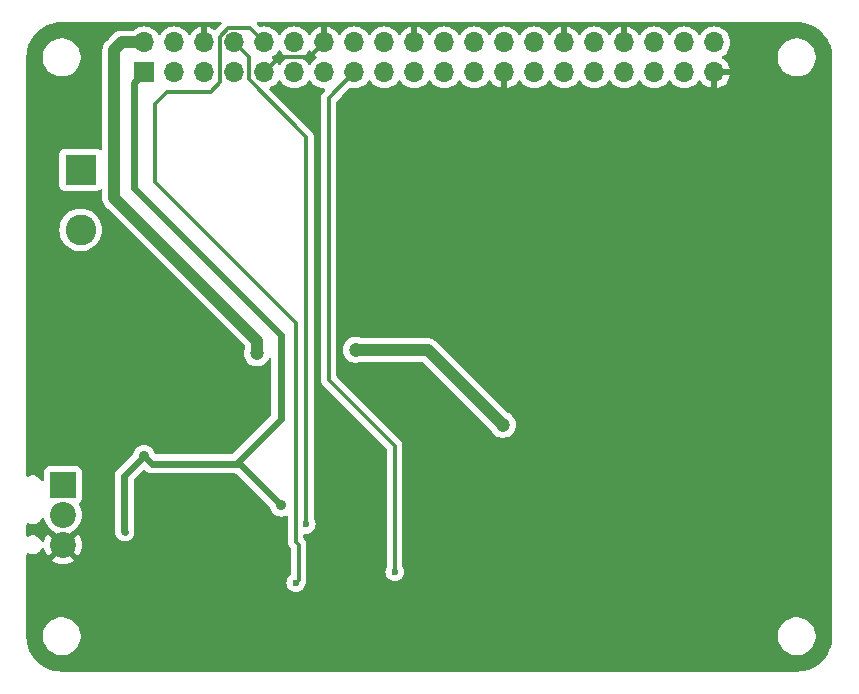
<source format=gbr>
%TF.GenerationSoftware,KiCad,Pcbnew,8.0.0*%
%TF.CreationDate,2024-03-02T01:18:58-06:00*%
%TF.ProjectId,kicad-power-hat,6b696361-642d-4706-9f77-65722d686174,rev?*%
%TF.SameCoordinates,Original*%
%TF.FileFunction,Copper,L2,Bot*%
%TF.FilePolarity,Positive*%
%FSLAX46Y46*%
G04 Gerber Fmt 4.6, Leading zero omitted, Abs format (unit mm)*
G04 Created by KiCad (PCBNEW 8.0.0) date 2024-03-02 01:18:58*
%MOMM*%
%LPD*%
G01*
G04 APERTURE LIST*
%TA.AperFunction,ComponentPad*%
%ADD10R,2.200000X2.200000*%
%TD*%
%TA.AperFunction,ComponentPad*%
%ADD11C,2.200000*%
%TD*%
%TA.AperFunction,ComponentPad*%
%ADD12O,1.700000X1.700000*%
%TD*%
%TA.AperFunction,ComponentPad*%
%ADD13R,1.700000X1.700000*%
%TD*%
%TA.AperFunction,ComponentPad*%
%ADD14R,2.600000X2.600000*%
%TD*%
%TA.AperFunction,ComponentPad*%
%ADD15C,2.600000*%
%TD*%
%TA.AperFunction,ViaPad*%
%ADD16C,0.600000*%
%TD*%
%TA.AperFunction,ViaPad*%
%ADD17C,0.900000*%
%TD*%
%TA.AperFunction,ViaPad*%
%ADD18C,1.200000*%
%TD*%
%TA.AperFunction,Conductor*%
%ADD19C,0.300000*%
%TD*%
%TA.AperFunction,Conductor*%
%ADD20C,0.600000*%
%TD*%
%TA.AperFunction,Conductor*%
%ADD21C,1.000000*%
%TD*%
G04 APERTURE END LIST*
D10*
%TO.P,J3,1,Pin_1*%
%TO.N,Net-(J3-Pin_1)*%
X95350000Y-130810000D03*
D11*
%TO.P,J3,2,Pin_2*%
%TO.N,Net-(J3-Pin_2)*%
X95350000Y-133350000D03*
%TO.P,J3,3,Pin_3*%
%TO.N,GND*%
X95350000Y-135890000D03*
%TD*%
D12*
%TO.P,J1,40,GPIO21/SCLK1*%
%TO.N,unconnected-(J1-GPIO21{slash}SCLK1-Pad40)*%
X150500000Y-93350000D03*
%TO.P,J1,39,GND*%
%TO.N,GND*%
X150500000Y-95890000D03*
%TO.P,J1,38,GPIO20/MOSI1*%
%TO.N,unconnected-(J1-GPIO20{slash}MOSI1-Pad38)*%
X147960000Y-93350000D03*
%TO.P,J1,37,GPIO26*%
%TO.N,unconnected-(J1-GPIO26-Pad37)*%
X147960000Y-95890000D03*
%TO.P,J1,36,GPIO16*%
%TO.N,unconnected-(J1-GPIO16-Pad36)*%
X145420000Y-93350000D03*
%TO.P,J1,35,GPIO19/MISO1*%
%TO.N,unconnected-(J1-GPIO19{slash}MISO1-Pad35)*%
X145420000Y-95890000D03*
%TO.P,J1,34,GND*%
%TO.N,GND*%
X142880000Y-93350000D03*
%TO.P,J1,33,PWM1/GPIO13*%
%TO.N,unconnected-(J1-PWM1{slash}GPIO13-Pad33)*%
X142880000Y-95890000D03*
%TO.P,J1,32,PWM0/GPIO12*%
%TO.N,unconnected-(J1-PWM0{slash}GPIO12-Pad32)*%
X140340000Y-93350000D03*
%TO.P,J1,31,GCLK2/GPIO6*%
%TO.N,unconnected-(J1-GCLK2{slash}GPIO6-Pad31)*%
X140340000Y-95890000D03*
%TO.P,J1,30,GND*%
%TO.N,GND*%
X137800000Y-93350000D03*
%TO.P,J1,29,GCLK1/GPIO5*%
%TO.N,unconnected-(J1-GCLK1{slash}GPIO5-Pad29)*%
X137800000Y-95890000D03*
%TO.P,J1,28,ID_SC/GPIO1*%
%TO.N,unconnected-(J1-ID_SC{slash}GPIO1-Pad28)*%
X135260000Y-93350000D03*
%TO.P,J1,27,ID_SD/GPIO0*%
%TO.N,unconnected-(J1-ID_SD{slash}GPIO0-Pad27)*%
X135260000Y-95890000D03*
%TO.P,J1,26,~{CE1}/GPIO7*%
%TO.N,unconnected-(J1-~{CE1}{slash}GPIO7-Pad26)*%
X132720000Y-93350000D03*
%TO.P,J1,25,GND*%
%TO.N,GND*%
X132720000Y-95890000D03*
%TO.P,J1,24,~{CE0}/GPIO8*%
%TO.N,unconnected-(J1-~{CE0}{slash}GPIO8-Pad24)*%
X130180000Y-93350000D03*
%TO.P,J1,23,SCLK0/GPIO11*%
%TO.N,unconnected-(J1-SCLK0{slash}GPIO11-Pad23)*%
X130180000Y-95890000D03*
%TO.P,J1,22,GPIO25*%
%TO.N,unconnected-(J1-GPIO25-Pad22)*%
X127640000Y-93350000D03*
%TO.P,J1,21,MISO0/GPIO9*%
%TO.N,unconnected-(J1-MISO0{slash}GPIO9-Pad21)*%
X127640000Y-95890000D03*
%TO.P,J1,20,GND*%
%TO.N,GND*%
X125100000Y-93350000D03*
%TO.P,J1,19,MOSI0/GPIO10*%
%TO.N,unconnected-(J1-MOSI0{slash}GPIO10-Pad19)*%
X125100000Y-95890000D03*
%TO.P,J1,18,GPIO24*%
%TO.N,unconnected-(J1-GPIO24-Pad18)*%
X122560000Y-93350000D03*
%TO.P,J1,17,3V3*%
%TO.N,3V3*%
X122560000Y-95890000D03*
%TO.P,J1,16,GPIO23*%
%TO.N,unconnected-(J1-GPIO23-Pad16)*%
X120020000Y-93350000D03*
%TO.P,J1,15,GPIO22*%
%TO.N,USRLED*%
X120020000Y-95890000D03*
%TO.P,J1,14,GND*%
%TO.N,GND*%
X117480000Y-93350000D03*
%TO.P,J1,13,GPIO27*%
%TO.N,unconnected-(J1-GPIO27-Pad13)*%
X117480000Y-95890000D03*
%TO.P,J1,12,GPIO18/PWM0*%
%TO.N,unconnected-(J1-GPIO18{slash}PWM0-Pad12)*%
X114940000Y-93350000D03*
%TO.P,J1,11,GPIO17*%
%TO.N,unconnected-(J1-GPIO17-Pad11)*%
X114940000Y-95890000D03*
%TO.P,J1,10,GPIO15/RXD*%
%TO.N,RXD*%
X112400000Y-93350000D03*
%TO.P,J1,9,GND*%
%TO.N,GND*%
X112400000Y-95890000D03*
%TO.P,J1,8,GPIO14/TXD*%
%TO.N,TXD*%
X109860000Y-93350000D03*
%TO.P,J1,7,GCLK0/GPIO4*%
%TO.N,unconnected-(J1-GCLK0{slash}GPIO4-Pad7)*%
X109860000Y-95890000D03*
%TO.P,J1,6,GND*%
%TO.N,GND*%
X107320000Y-93350000D03*
%TO.P,J1,5,SCL/GPIO3*%
%TO.N,unconnected-(J1-SCL{slash}GPIO3-Pad5)*%
X107320000Y-95890000D03*
%TO.P,J1,4,5V*%
%TO.N,5V*%
X104780000Y-93350000D03*
%TO.P,J1,3,SDA/GPIO2*%
%TO.N,unconnected-(J1-SDA{slash}GPIO2-Pad3)*%
X104780000Y-95890000D03*
%TO.P,J1,2,5V*%
%TO.N,5V*%
X102240000Y-93350000D03*
D13*
%TO.P,J1,1,3V3*%
%TO.N,3V3*%
X102240000Y-95890000D03*
%TD*%
D14*
%TO.P,J2,1,Pin_1*%
%TO.N,/AC N*%
X96850000Y-104135000D03*
D15*
%TO.P,J2,2,Pin_2*%
%TO.N,Net-(J2-Pin_2)*%
X96850000Y-109215000D03*
%TD*%
D16*
%TO.N,RXD*%
X115062000Y-139090400D03*
%TO.N,3V3*%
X100584034Y-134772366D03*
D17*
%TO.N,GND*%
X111252000Y-121412000D03*
X109252014Y-121380000D03*
X107188000Y-116586000D03*
X105156000Y-116586000D03*
X106172000Y-116586000D03*
X110236000Y-121380000D03*
D16*
%TO.N,USRLED*%
X123444000Y-138176000D03*
%TO.N,TXD*%
X115925600Y-134162800D03*
D17*
%TO.N,GND*%
X107188000Y-130556000D03*
X110744000Y-133096000D03*
X107442000Y-141986000D03*
X123190000Y-141986000D03*
X138684000Y-141986000D03*
D18*
%TO.N,5V*%
X120142004Y-119379990D03*
X132588000Y-125730000D03*
D17*
%TO.N,GND*%
X127508000Y-125984000D03*
X126238000Y-125984000D03*
X138938000Y-101346000D03*
X138938000Y-99568000D03*
X139192000Y-117602000D03*
X139192000Y-115570000D03*
X134112000Y-117602000D03*
X134112000Y-115570000D03*
X134112000Y-101346000D03*
X134112000Y-99568000D03*
X127762000Y-110490000D03*
X127762000Y-108712000D03*
X100330000Y-118872000D03*
X100330000Y-121412000D03*
X100330000Y-123952000D03*
X98298000Y-125222000D03*
X98298000Y-122682000D03*
X98298000Y-120142000D03*
X98298000Y-117602000D03*
X96266000Y-118872000D03*
X96266000Y-121412000D03*
X96266000Y-123952000D03*
X94234000Y-125222000D03*
X94234000Y-122682000D03*
X94234000Y-120142000D03*
X94234000Y-117602000D03*
%TO.N,3V3*%
X113839231Y-132540759D03*
X102209600Y-128371600D03*
D18*
%TO.N,5V*%
X111760000Y-119680000D03*
%TD*%
D19*
%TO.N,RXD*%
X115316000Y-138836400D02*
X115062000Y-139090400D01*
X115062000Y-135636000D02*
X115316000Y-135890000D01*
X115316000Y-135890000D02*
X115316000Y-138836400D01*
X109362943Y-92150000D02*
X111200000Y-92150000D01*
X108660000Y-92852943D02*
X109362943Y-92150000D01*
X108660000Y-96726000D02*
X108660000Y-92852943D01*
X103124000Y-98552000D02*
X104140000Y-97536000D01*
X111200000Y-92150000D02*
X112400000Y-93350000D01*
X104140000Y-97536000D02*
X107850000Y-97536000D01*
X103124000Y-105156000D02*
X103124000Y-98552000D01*
X107850000Y-97536000D02*
X108660000Y-96726000D01*
X115062000Y-117094000D02*
X103124000Y-105156000D01*
X115062000Y-135636000D02*
X115062000Y-117094000D01*
%TO.N,TXD*%
X115925600Y-101323600D02*
X115925600Y-134162800D01*
X111060000Y-96458000D02*
X115925600Y-101323600D01*
X111060000Y-94550000D02*
X111060000Y-96458000D01*
X109860000Y-93350000D02*
X111060000Y-94550000D01*
D20*
%TO.N,3V3*%
X110330472Y-129032000D02*
X113839231Y-132540759D01*
X109982000Y-129032000D02*
X110330472Y-129032000D01*
X109982000Y-129032000D02*
X102870000Y-129032000D01*
X102870000Y-129032000D02*
X102209600Y-128371600D01*
X100584034Y-134772366D02*
X100533200Y-134721532D01*
X100533200Y-134721532D02*
X100533200Y-130048000D01*
X100533200Y-130048000D02*
X102209600Y-128371600D01*
D19*
%TO.N,GND*%
X116280000Y-94550000D02*
X117480000Y-93350000D01*
X113740000Y-94550000D02*
X116280000Y-94550000D01*
X112400000Y-95890000D02*
X113740000Y-94550000D01*
D20*
%TO.N,3V3*%
X113792000Y-118110000D02*
X113792000Y-125222000D01*
X101346000Y-105664000D02*
X113792000Y-118110000D01*
X101346000Y-96784000D02*
X101346000Y-105664000D01*
X113792000Y-125222000D02*
X109982000Y-129032000D01*
X102240000Y-95890000D02*
X101346000Y-96784000D01*
D19*
%TO.N,USRLED*%
X123444000Y-127508000D02*
X123444000Y-138176000D01*
X117856000Y-98054000D02*
X117856000Y-121920000D01*
X117856000Y-121920000D02*
X123444000Y-127508000D01*
X120020000Y-95890000D02*
X117856000Y-98054000D01*
D21*
%TO.N,5V*%
X126237989Y-119379989D02*
X120142004Y-119379990D01*
X132588000Y-125730000D02*
X126237989Y-119379989D01*
X111760000Y-118618000D02*
X111760000Y-119680000D01*
X99695000Y-106553000D02*
X99695000Y-93980000D01*
X111760000Y-118618000D02*
X99695000Y-106553000D01*
X100325000Y-93350000D02*
X99695000Y-93980000D01*
X102240000Y-93350000D02*
X100325000Y-93350000D01*
%TD*%
%TA.AperFunction,Conductor*%
%TO.N,GND*%
G36*
X108745171Y-91635187D02*
G01*
X108790926Y-91687991D01*
X108800870Y-91757149D01*
X108771845Y-91820705D01*
X108765813Y-91827183D01*
X108317602Y-92275393D01*
X108256279Y-92308878D01*
X108186587Y-92303894D01*
X108158797Y-92289287D01*
X107997578Y-92176399D01*
X107783492Y-92076570D01*
X107783486Y-92076567D01*
X107570000Y-92019364D01*
X107570000Y-92916988D01*
X107512993Y-92884075D01*
X107385826Y-92850000D01*
X107254174Y-92850000D01*
X107127007Y-92884075D01*
X107070000Y-92916988D01*
X107070000Y-92019364D01*
X107069999Y-92019364D01*
X106856513Y-92076567D01*
X106856507Y-92076570D01*
X106642422Y-92176399D01*
X106642420Y-92176400D01*
X106448926Y-92311886D01*
X106448920Y-92311891D01*
X106281891Y-92478920D01*
X106281890Y-92478922D01*
X106151880Y-92664595D01*
X106097303Y-92708219D01*
X106027804Y-92715412D01*
X105965450Y-92683890D01*
X105948730Y-92664594D01*
X105818494Y-92478597D01*
X105651402Y-92311506D01*
X105651395Y-92311501D01*
X105457834Y-92175967D01*
X105457830Y-92175965D01*
X105457828Y-92175964D01*
X105243663Y-92076097D01*
X105243659Y-92076096D01*
X105243655Y-92076094D01*
X105015413Y-92014938D01*
X105015403Y-92014936D01*
X104780001Y-91994341D01*
X104779999Y-91994341D01*
X104544596Y-92014936D01*
X104544586Y-92014938D01*
X104316344Y-92076094D01*
X104316335Y-92076098D01*
X104102171Y-92175964D01*
X104102169Y-92175965D01*
X103908597Y-92311505D01*
X103741505Y-92478597D01*
X103611575Y-92664158D01*
X103556998Y-92707783D01*
X103487500Y-92714977D01*
X103425145Y-92683454D01*
X103408425Y-92664158D01*
X103278494Y-92478597D01*
X103111402Y-92311506D01*
X103111395Y-92311501D01*
X102917834Y-92175967D01*
X102917830Y-92175965D01*
X102917828Y-92175964D01*
X102703663Y-92076097D01*
X102703659Y-92076096D01*
X102703655Y-92076094D01*
X102475413Y-92014938D01*
X102475403Y-92014936D01*
X102240001Y-91994341D01*
X102239999Y-91994341D01*
X102004596Y-92014936D01*
X102004586Y-92014938D01*
X101776344Y-92076094D01*
X101776335Y-92076098D01*
X101562171Y-92175964D01*
X101562169Y-92175965D01*
X101368597Y-92311505D01*
X101366922Y-92313181D01*
X101366000Y-92313684D01*
X101364449Y-92314986D01*
X101364187Y-92314674D01*
X101305599Y-92346666D01*
X101279241Y-92349500D01*
X100429675Y-92349500D01*
X100429655Y-92349499D01*
X100423541Y-92349499D01*
X100226460Y-92349499D01*
X100226457Y-92349499D01*
X100033172Y-92387946D01*
X100033164Y-92387948D01*
X99851088Y-92463366D01*
X99851079Y-92463371D01*
X99687219Y-92572859D01*
X99687215Y-92572862D01*
X99206169Y-93053910D01*
X99057220Y-93202859D01*
X99057218Y-93202861D01*
X99013949Y-93246130D01*
X98917859Y-93342219D01*
X98808371Y-93506079D01*
X98808364Y-93506092D01*
X98775512Y-93585407D01*
X98775512Y-93585408D01*
X98732949Y-93688163D01*
X98732947Y-93688171D01*
X98713724Y-93784812D01*
X98694500Y-93881455D01*
X98694500Y-102369685D01*
X98674815Y-102436724D01*
X98622011Y-102482479D01*
X98552853Y-102492423D01*
X98496189Y-102468952D01*
X98453138Y-102436724D01*
X98392331Y-102391204D01*
X98392329Y-102391203D01*
X98392328Y-102391202D01*
X98257482Y-102340908D01*
X98257483Y-102340908D01*
X98197883Y-102334501D01*
X98197881Y-102334500D01*
X98197873Y-102334500D01*
X98197864Y-102334500D01*
X95502129Y-102334500D01*
X95502123Y-102334501D01*
X95442516Y-102340908D01*
X95307671Y-102391202D01*
X95307664Y-102391206D01*
X95192455Y-102477452D01*
X95192452Y-102477455D01*
X95106206Y-102592664D01*
X95106202Y-102592671D01*
X95055908Y-102727517D01*
X95049501Y-102787116D01*
X95049500Y-102787135D01*
X95049500Y-105482870D01*
X95049501Y-105482876D01*
X95055908Y-105542483D01*
X95106202Y-105677328D01*
X95106206Y-105677335D01*
X95192452Y-105792544D01*
X95192455Y-105792547D01*
X95307664Y-105878793D01*
X95307671Y-105878797D01*
X95442517Y-105929091D01*
X95442516Y-105929091D01*
X95449444Y-105929835D01*
X95502127Y-105935500D01*
X98197872Y-105935499D01*
X98257483Y-105929091D01*
X98392331Y-105878796D01*
X98496189Y-105801047D01*
X98561653Y-105776630D01*
X98629926Y-105791481D01*
X98679332Y-105840886D01*
X98694500Y-105900314D01*
X98694500Y-106651541D01*
X98694500Y-106651543D01*
X98694499Y-106651543D01*
X98732947Y-106844829D01*
X98732950Y-106844839D01*
X98808364Y-107026907D01*
X98808371Y-107026920D01*
X98917859Y-107190780D01*
X98917860Y-107190781D01*
X98917861Y-107190782D01*
X99057218Y-107330139D01*
X99057219Y-107330139D01*
X99064286Y-107337206D01*
X99064285Y-107337206D01*
X99064289Y-107337209D01*
X110723181Y-118996101D01*
X110756666Y-119057424D01*
X110759500Y-119083782D01*
X110759500Y-119191171D01*
X110746501Y-119246441D01*
X110729419Y-119280747D01*
X110673602Y-119476917D01*
X110654785Y-119679999D01*
X110654785Y-119680000D01*
X110673602Y-119883082D01*
X110729417Y-120079247D01*
X110729422Y-120079260D01*
X110820327Y-120261821D01*
X110943237Y-120424581D01*
X111093958Y-120561980D01*
X111093960Y-120561982D01*
X111193141Y-120623392D01*
X111267363Y-120669348D01*
X111457544Y-120743024D01*
X111658024Y-120780500D01*
X111658026Y-120780500D01*
X111861974Y-120780500D01*
X111861976Y-120780500D01*
X112062456Y-120743024D01*
X112252637Y-120669348D01*
X112426041Y-120561981D01*
X112576764Y-120424579D01*
X112699673Y-120261821D01*
X112756500Y-120147697D01*
X112804002Y-120096460D01*
X112871665Y-120079038D01*
X112938006Y-120100963D01*
X112981961Y-120155274D01*
X112991500Y-120202968D01*
X112991500Y-124839060D01*
X112971815Y-124906099D01*
X112955181Y-124926741D01*
X109686741Y-128195181D01*
X109625418Y-128228666D01*
X109599060Y-128231500D01*
X103252940Y-128231500D01*
X103185901Y-128211815D01*
X103165259Y-128195181D01*
X103164392Y-128194314D01*
X103133413Y-128142629D01*
X103091995Y-128006097D01*
X103003737Y-127840976D01*
X103003735Y-127840973D01*
X102884957Y-127696242D01*
X102740226Y-127577464D01*
X102740223Y-127577462D01*
X102575102Y-127489204D01*
X102395933Y-127434853D01*
X102395931Y-127434852D01*
X102209600Y-127416501D01*
X102023268Y-127434852D01*
X102023266Y-127434853D01*
X101844097Y-127489204D01*
X101678976Y-127577462D01*
X101678973Y-127577464D01*
X101534242Y-127696242D01*
X101415464Y-127840973D01*
X101415462Y-127840976D01*
X101327204Y-128006097D01*
X101285787Y-128142627D01*
X101254808Y-128194312D01*
X100239622Y-129209500D01*
X100022911Y-129426211D01*
X99981458Y-129467664D01*
X99911409Y-129537712D01*
X99823809Y-129668814D01*
X99823802Y-129668827D01*
X99763464Y-129814498D01*
X99763461Y-129814510D01*
X99732700Y-129969153D01*
X99732700Y-134800378D01*
X99763461Y-134955021D01*
X99763464Y-134955033D01*
X99823802Y-135100704D01*
X99823809Y-135100717D01*
X99911410Y-135231820D01*
X99911413Y-135231824D01*
X99954217Y-135274627D01*
X100081772Y-135402182D01*
X100147171Y-135443275D01*
X100150080Y-135445160D01*
X100204855Y-135481759D01*
X100205645Y-135482086D01*
X100224166Y-135491654D01*
X100234512Y-135498155D01*
X100295194Y-135519388D01*
X100301661Y-135521858D01*
X100350528Y-135542100D01*
X100350532Y-135542101D01*
X100350537Y-135542103D01*
X100364173Y-135544815D01*
X100380932Y-135549389D01*
X100404779Y-135557734D01*
X100455748Y-135563476D01*
X100466026Y-135565075D01*
X100493174Y-135570475D01*
X100505191Y-135572866D01*
X100505192Y-135572866D01*
X100532119Y-135572866D01*
X100546003Y-135573646D01*
X100584032Y-135577931D01*
X100584034Y-135577931D01*
X100584036Y-135577931D01*
X100622065Y-135573646D01*
X100635949Y-135572866D01*
X100662875Y-135572866D01*
X100662876Y-135572866D01*
X100702051Y-135565073D01*
X100712317Y-135563476D01*
X100763289Y-135557734D01*
X100787141Y-135549386D01*
X100803886Y-135544816D01*
X100817531Y-135542103D01*
X100866416Y-135521853D01*
X100872886Y-135519383D01*
X100933556Y-135498155D01*
X100943894Y-135491658D01*
X100962423Y-135482085D01*
X100963213Y-135481759D01*
X101018010Y-135445144D01*
X101020888Y-135443280D01*
X101020896Y-135443275D01*
X101086296Y-135402182D01*
X101213850Y-135274628D01*
X101254955Y-135209208D01*
X101256812Y-135206342D01*
X101293427Y-135151545D01*
X101293753Y-135150755D01*
X101303327Y-135132225D01*
X101309823Y-135121888D01*
X101331051Y-135061218D01*
X101333527Y-135054734D01*
X101353771Y-135005863D01*
X101356484Y-134992218D01*
X101361054Y-134975473D01*
X101369402Y-134951621D01*
X101375144Y-134900649D01*
X101376741Y-134890383D01*
X101384534Y-134851208D01*
X101384534Y-134824280D01*
X101385314Y-134810395D01*
X101389599Y-134772367D01*
X101389599Y-134772364D01*
X101385314Y-134734335D01*
X101384534Y-134720451D01*
X101384534Y-134693523D01*
X101376745Y-134654369D01*
X101375144Y-134644080D01*
X101369402Y-134593111D01*
X101361057Y-134569264D01*
X101356483Y-134552505D01*
X101353771Y-134538869D01*
X101343138Y-134513199D01*
X101333700Y-134465748D01*
X101333700Y-130430940D01*
X101353385Y-130363901D01*
X101370019Y-130343259D01*
X101744125Y-129969153D01*
X102121920Y-129591357D01*
X102183241Y-129557874D01*
X102252932Y-129562858D01*
X102297280Y-129591359D01*
X102359707Y-129653786D01*
X102359711Y-129653789D01*
X102490814Y-129741390D01*
X102490818Y-129741392D01*
X102490821Y-129741394D01*
X102636503Y-129801738D01*
X102791153Y-129832499D01*
X102791157Y-129832500D01*
X102791158Y-129832500D01*
X102948843Y-129832500D01*
X109903158Y-129832500D01*
X109947532Y-129832500D01*
X110014571Y-129852185D01*
X110035213Y-129868819D01*
X112884439Y-132718045D01*
X112915418Y-132769730D01*
X112956835Y-132906261D01*
X113045093Y-133071382D01*
X113045095Y-133071385D01*
X113163873Y-133216116D01*
X113308604Y-133334894D01*
X113308607Y-133334896D01*
X113422771Y-133395917D01*
X113473730Y-133423155D01*
X113651964Y-133477222D01*
X113652897Y-133477505D01*
X113652899Y-133477506D01*
X113669605Y-133479151D01*
X113839231Y-133495858D01*
X114025562Y-133477506D01*
X114204732Y-133423155D01*
X114215906Y-133417182D01*
X114229047Y-133410159D01*
X114297450Y-133395917D01*
X114362693Y-133420917D01*
X114404064Y-133477222D01*
X114411500Y-133519517D01*
X114411500Y-135700070D01*
X114433597Y-135811153D01*
X114433597Y-135811155D01*
X114436497Y-135825736D01*
X114436501Y-135825749D01*
X114485532Y-135944123D01*
X114485535Y-135944127D01*
X114556723Y-136050669D01*
X114629182Y-136123128D01*
X114662666Y-136184449D01*
X114665500Y-136210808D01*
X114665500Y-138325596D01*
X114645815Y-138392635D01*
X114607473Y-138430589D01*
X114559740Y-138460582D01*
X114559737Y-138460584D01*
X114432184Y-138588137D01*
X114336211Y-138740876D01*
X114276631Y-138911145D01*
X114276630Y-138911150D01*
X114256435Y-139090396D01*
X114256435Y-139090403D01*
X114276630Y-139269649D01*
X114276631Y-139269654D01*
X114336211Y-139439923D01*
X114432184Y-139592662D01*
X114559738Y-139720216D01*
X114712478Y-139816189D01*
X114882745Y-139875768D01*
X114882750Y-139875769D01*
X115061996Y-139895965D01*
X115062000Y-139895965D01*
X115062004Y-139895965D01*
X115241249Y-139875769D01*
X115241252Y-139875768D01*
X115241255Y-139875768D01*
X115411522Y-139816189D01*
X115564262Y-139720216D01*
X115691816Y-139592662D01*
X115787789Y-139439922D01*
X115847368Y-139269655D01*
X115851804Y-139230277D01*
X115871922Y-139175270D01*
X115892465Y-139144527D01*
X115941501Y-139026144D01*
X115954386Y-138961368D01*
X115966500Y-138900471D01*
X115966500Y-135825928D01*
X115941502Y-135700261D01*
X115941501Y-135700260D01*
X115941501Y-135700256D01*
X115892465Y-135581873D01*
X115844990Y-135510821D01*
X115844990Y-135510820D01*
X115821274Y-135475327D01*
X115748819Y-135402872D01*
X115715334Y-135341549D01*
X115712500Y-135315191D01*
X115712500Y-135083110D01*
X115732185Y-135016071D01*
X115784989Y-134970316D01*
X115850383Y-134959890D01*
X115891448Y-134964517D01*
X115925598Y-134968365D01*
X115925600Y-134968365D01*
X115925604Y-134968365D01*
X116104849Y-134948169D01*
X116104852Y-134948168D01*
X116104855Y-134948168D01*
X116275122Y-134888589D01*
X116427862Y-134792616D01*
X116555416Y-134665062D01*
X116651389Y-134512322D01*
X116710968Y-134342055D01*
X116716421Y-134293659D01*
X116731165Y-134162803D01*
X116731165Y-134162796D01*
X116710969Y-133983550D01*
X116710966Y-133983537D01*
X116651390Y-133813281D01*
X116651389Y-133813278D01*
X116629608Y-133778614D01*
X116595106Y-133723703D01*
X116576100Y-133657731D01*
X116576100Y-101259528D01*
X116551102Y-101133860D01*
X116551100Y-101133854D01*
X116530789Y-101084821D01*
X116530787Y-101084816D01*
X116502068Y-101015478D01*
X116502062Y-101015468D01*
X116430878Y-100908932D01*
X116430872Y-100908925D01*
X112867241Y-97345295D01*
X112833756Y-97283972D01*
X112838740Y-97214280D01*
X112880612Y-97158347D01*
X112902518Y-97145232D01*
X113077575Y-97063601D01*
X113077577Y-97063600D01*
X113271082Y-96928105D01*
X113438105Y-96761082D01*
X113568119Y-96575405D01*
X113622696Y-96531781D01*
X113692195Y-96524588D01*
X113754549Y-96556110D01*
X113771269Y-96575405D01*
X113901505Y-96761401D01*
X114068599Y-96928495D01*
X114112929Y-96959535D01*
X114262165Y-97064032D01*
X114262167Y-97064033D01*
X114262170Y-97064035D01*
X114476337Y-97163903D01*
X114704592Y-97225063D01*
X114892918Y-97241539D01*
X114939999Y-97245659D01*
X114940000Y-97245659D01*
X114940001Y-97245659D01*
X114979234Y-97242226D01*
X115175408Y-97225063D01*
X115403663Y-97163903D01*
X115617830Y-97064035D01*
X115811401Y-96928495D01*
X115978495Y-96761401D01*
X116108425Y-96575842D01*
X116163002Y-96532217D01*
X116232500Y-96525023D01*
X116294855Y-96556546D01*
X116311575Y-96575842D01*
X116441281Y-96761082D01*
X116441505Y-96761401D01*
X116608599Y-96928495D01*
X116652929Y-96959535D01*
X116802165Y-97064032D01*
X116802167Y-97064033D01*
X116802170Y-97064035D01*
X117016337Y-97163903D01*
X117244592Y-97225063D01*
X117458217Y-97243753D01*
X117523286Y-97269205D01*
X117564265Y-97325796D01*
X117568143Y-97395558D01*
X117535091Y-97454962D01*
X117350725Y-97639328D01*
X117350719Y-97639336D01*
X117292986Y-97725740D01*
X117292987Y-97725741D01*
X117292985Y-97725744D01*
X117279535Y-97745873D01*
X117279533Y-97745875D01*
X117279533Y-97745877D01*
X117230499Y-97864255D01*
X117230497Y-97864261D01*
X117205500Y-97989928D01*
X117205500Y-97989931D01*
X117205500Y-121984069D01*
X117205500Y-121984071D01*
X117205499Y-121984071D01*
X117230497Y-122109738D01*
X117230499Y-122109744D01*
X117279534Y-122228125D01*
X117350726Y-122334673D01*
X117350727Y-122334674D01*
X122757181Y-127741127D01*
X122790666Y-127802450D01*
X122793500Y-127828808D01*
X122793500Y-137670931D01*
X122774494Y-137736903D01*
X122718211Y-137826477D01*
X122718209Y-137826481D01*
X122658633Y-137996737D01*
X122658630Y-137996750D01*
X122638435Y-138175996D01*
X122638435Y-138176003D01*
X122658630Y-138355249D01*
X122658631Y-138355254D01*
X122718211Y-138525523D01*
X122757555Y-138588138D01*
X122814184Y-138678262D01*
X122941738Y-138805816D01*
X123094478Y-138901789D01*
X123264745Y-138961368D01*
X123264750Y-138961369D01*
X123443996Y-138981565D01*
X123444000Y-138981565D01*
X123444004Y-138981565D01*
X123623249Y-138961369D01*
X123623252Y-138961368D01*
X123623255Y-138961368D01*
X123793522Y-138901789D01*
X123946262Y-138805816D01*
X124073816Y-138678262D01*
X124169789Y-138525522D01*
X124229368Y-138355255D01*
X124249565Y-138176000D01*
X124229368Y-137996745D01*
X124229367Y-137996743D01*
X124229366Y-137996737D01*
X124169790Y-137826481D01*
X124169789Y-137826478D01*
X124148008Y-137791814D01*
X124113506Y-137736903D01*
X124094500Y-137670931D01*
X124094500Y-127443928D01*
X124069502Y-127318261D01*
X124069501Y-127318260D01*
X124069501Y-127318256D01*
X124020465Y-127199873D01*
X124020464Y-127199870D01*
X123949277Y-127093331D01*
X123949271Y-127093324D01*
X118542819Y-121686872D01*
X118509334Y-121625549D01*
X118506500Y-121599191D01*
X118506500Y-119379990D01*
X119036789Y-119379990D01*
X119055606Y-119583072D01*
X119111421Y-119779237D01*
X119111426Y-119779250D01*
X119202331Y-119961811D01*
X119325241Y-120124571D01*
X119464642Y-120251650D01*
X119475798Y-120261821D01*
X119475962Y-120261970D01*
X119475964Y-120261972D01*
X119575145Y-120323382D01*
X119649367Y-120369338D01*
X119839548Y-120443014D01*
X120040028Y-120480490D01*
X120040030Y-120480490D01*
X120243978Y-120480490D01*
X120243980Y-120480490D01*
X120444460Y-120443014D01*
X120555042Y-120400174D01*
X120584239Y-120388863D01*
X120629033Y-120380489D01*
X125772207Y-120380489D01*
X125839246Y-120400174D01*
X125859888Y-120416808D01*
X131529491Y-126086412D01*
X131554256Y-126124419D01*
X131554862Y-126124118D01*
X131648327Y-126311821D01*
X131771237Y-126474581D01*
X131921958Y-126611980D01*
X131921960Y-126611982D01*
X132021141Y-126673392D01*
X132095363Y-126719348D01*
X132285544Y-126793024D01*
X132486024Y-126830500D01*
X132486026Y-126830500D01*
X132689974Y-126830500D01*
X132689976Y-126830500D01*
X132890456Y-126793024D01*
X133080637Y-126719348D01*
X133254041Y-126611981D01*
X133404764Y-126474579D01*
X133527673Y-126311821D01*
X133618582Y-126129250D01*
X133674397Y-125933083D01*
X133693215Y-125730000D01*
X133674397Y-125526917D01*
X133618582Y-125330750D01*
X133527673Y-125148179D01*
X133404764Y-124985421D01*
X133404762Y-124985418D01*
X133254041Y-124848019D01*
X133254039Y-124848017D01*
X133080640Y-124740653D01*
X133080634Y-124740650D01*
X133013767Y-124714746D01*
X132995551Y-124707689D01*
X132952665Y-124679744D01*
X127022198Y-118749278D01*
X127022195Y-118749274D01*
X127022195Y-118749275D01*
X127015128Y-118742208D01*
X127015128Y-118742207D01*
X126875771Y-118602850D01*
X126875770Y-118602849D01*
X126875769Y-118602848D01*
X126711909Y-118493360D01*
X126711900Y-118493355D01*
X126628672Y-118458881D01*
X126583154Y-118440027D01*
X126556489Y-118428982D01*
X126529826Y-118417938D01*
X126529822Y-118417937D01*
X126392599Y-118390642D01*
X126336532Y-118379489D01*
X126336530Y-118379489D01*
X126336529Y-118379489D01*
X126139449Y-118379489D01*
X126139448Y-118379489D01*
X120629033Y-118379489D01*
X120584240Y-118371116D01*
X120444464Y-118316967D01*
X120444461Y-118316966D01*
X120444460Y-118316966D01*
X120243980Y-118279490D01*
X120040028Y-118279490D01*
X119839548Y-118316966D01*
X119839545Y-118316966D01*
X119839545Y-118316967D01*
X119649368Y-118390641D01*
X119649361Y-118390645D01*
X119475964Y-118498007D01*
X119475962Y-118498009D01*
X119325241Y-118635408D01*
X119202331Y-118798168D01*
X119111426Y-118980729D01*
X119111421Y-118980742D01*
X119055606Y-119176907D01*
X119036789Y-119379989D01*
X119036789Y-119379990D01*
X118506500Y-119379990D01*
X118506500Y-98374807D01*
X118526185Y-98307768D01*
X118542819Y-98287126D01*
X118965690Y-97864255D01*
X119592238Y-97237706D01*
X119653559Y-97204223D01*
X119712006Y-97205613D01*
X119784592Y-97225063D01*
X119972918Y-97241539D01*
X120019999Y-97245659D01*
X120020000Y-97245659D01*
X120020001Y-97245659D01*
X120059234Y-97242226D01*
X120255408Y-97225063D01*
X120483663Y-97163903D01*
X120697830Y-97064035D01*
X120891401Y-96928495D01*
X121058495Y-96761401D01*
X121188425Y-96575842D01*
X121243002Y-96532217D01*
X121312500Y-96525023D01*
X121374855Y-96556546D01*
X121391575Y-96575842D01*
X121521281Y-96761082D01*
X121521505Y-96761401D01*
X121688599Y-96928495D01*
X121732929Y-96959535D01*
X121882165Y-97064032D01*
X121882167Y-97064033D01*
X121882170Y-97064035D01*
X122096337Y-97163903D01*
X122324592Y-97225063D01*
X122512918Y-97241539D01*
X122559999Y-97245659D01*
X122560000Y-97245659D01*
X122560001Y-97245659D01*
X122599234Y-97242226D01*
X122795408Y-97225063D01*
X123023663Y-97163903D01*
X123237830Y-97064035D01*
X123431401Y-96928495D01*
X123598495Y-96761401D01*
X123728425Y-96575842D01*
X123783002Y-96532217D01*
X123852500Y-96525023D01*
X123914855Y-96556546D01*
X123931575Y-96575842D01*
X124061281Y-96761082D01*
X124061505Y-96761401D01*
X124228599Y-96928495D01*
X124272929Y-96959535D01*
X124422165Y-97064032D01*
X124422167Y-97064033D01*
X124422170Y-97064035D01*
X124636337Y-97163903D01*
X124864592Y-97225063D01*
X125052918Y-97241539D01*
X125099999Y-97245659D01*
X125100000Y-97245659D01*
X125100001Y-97245659D01*
X125139234Y-97242226D01*
X125335408Y-97225063D01*
X125563663Y-97163903D01*
X125777830Y-97064035D01*
X125971401Y-96928495D01*
X126138495Y-96761401D01*
X126268425Y-96575842D01*
X126323002Y-96532217D01*
X126392500Y-96525023D01*
X126454855Y-96556546D01*
X126471575Y-96575842D01*
X126601281Y-96761082D01*
X126601505Y-96761401D01*
X126768599Y-96928495D01*
X126812929Y-96959535D01*
X126962165Y-97064032D01*
X126962167Y-97064033D01*
X126962170Y-97064035D01*
X127176337Y-97163903D01*
X127404592Y-97225063D01*
X127592918Y-97241539D01*
X127639999Y-97245659D01*
X127640000Y-97245659D01*
X127640001Y-97245659D01*
X127679234Y-97242226D01*
X127875408Y-97225063D01*
X128103663Y-97163903D01*
X128317830Y-97064035D01*
X128511401Y-96928495D01*
X128678495Y-96761401D01*
X128808425Y-96575842D01*
X128863002Y-96532217D01*
X128932500Y-96525023D01*
X128994855Y-96556546D01*
X129011575Y-96575842D01*
X129141281Y-96761082D01*
X129141505Y-96761401D01*
X129308599Y-96928495D01*
X129352929Y-96959535D01*
X129502165Y-97064032D01*
X129502167Y-97064033D01*
X129502170Y-97064035D01*
X129716337Y-97163903D01*
X129944592Y-97225063D01*
X130132918Y-97241539D01*
X130179999Y-97245659D01*
X130180000Y-97245659D01*
X130180001Y-97245659D01*
X130219234Y-97242226D01*
X130415408Y-97225063D01*
X130643663Y-97163903D01*
X130857830Y-97064035D01*
X131051401Y-96928495D01*
X131218495Y-96761401D01*
X131348730Y-96575405D01*
X131403307Y-96531781D01*
X131472805Y-96524587D01*
X131535160Y-96556110D01*
X131551879Y-96575405D01*
X131681890Y-96761078D01*
X131848917Y-96928105D01*
X132042421Y-97063600D01*
X132256507Y-97163429D01*
X132256516Y-97163433D01*
X132470000Y-97220634D01*
X132470000Y-96323012D01*
X132527007Y-96355925D01*
X132654174Y-96390000D01*
X132785826Y-96390000D01*
X132912993Y-96355925D01*
X132970000Y-96323012D01*
X132970000Y-97220633D01*
X133183483Y-97163433D01*
X133183492Y-97163429D01*
X133397578Y-97063600D01*
X133591082Y-96928105D01*
X133758105Y-96761082D01*
X133888119Y-96575405D01*
X133942696Y-96531781D01*
X134012195Y-96524588D01*
X134074549Y-96556110D01*
X134091269Y-96575405D01*
X134221505Y-96761401D01*
X134388599Y-96928495D01*
X134432929Y-96959535D01*
X134582165Y-97064032D01*
X134582167Y-97064033D01*
X134582170Y-97064035D01*
X134796337Y-97163903D01*
X135024592Y-97225063D01*
X135212918Y-97241539D01*
X135259999Y-97245659D01*
X135260000Y-97245659D01*
X135260001Y-97245659D01*
X135299234Y-97242226D01*
X135495408Y-97225063D01*
X135723663Y-97163903D01*
X135937830Y-97064035D01*
X136131401Y-96928495D01*
X136298495Y-96761401D01*
X136428425Y-96575842D01*
X136483002Y-96532217D01*
X136552500Y-96525023D01*
X136614855Y-96556546D01*
X136631575Y-96575842D01*
X136761281Y-96761082D01*
X136761505Y-96761401D01*
X136928599Y-96928495D01*
X136972929Y-96959535D01*
X137122165Y-97064032D01*
X137122167Y-97064033D01*
X137122170Y-97064035D01*
X137336337Y-97163903D01*
X137564592Y-97225063D01*
X137752918Y-97241539D01*
X137799999Y-97245659D01*
X137800000Y-97245659D01*
X137800001Y-97245659D01*
X137839234Y-97242226D01*
X138035408Y-97225063D01*
X138263663Y-97163903D01*
X138477830Y-97064035D01*
X138671401Y-96928495D01*
X138838495Y-96761401D01*
X138968425Y-96575842D01*
X139023002Y-96532217D01*
X139092500Y-96525023D01*
X139154855Y-96556546D01*
X139171575Y-96575842D01*
X139301281Y-96761082D01*
X139301505Y-96761401D01*
X139468599Y-96928495D01*
X139512929Y-96959535D01*
X139662165Y-97064032D01*
X139662167Y-97064033D01*
X139662170Y-97064035D01*
X139876337Y-97163903D01*
X140104592Y-97225063D01*
X140292918Y-97241539D01*
X140339999Y-97245659D01*
X140340000Y-97245659D01*
X140340001Y-97245659D01*
X140379234Y-97242226D01*
X140575408Y-97225063D01*
X140803663Y-97163903D01*
X141017830Y-97064035D01*
X141211401Y-96928495D01*
X141378495Y-96761401D01*
X141508425Y-96575842D01*
X141563002Y-96532217D01*
X141632500Y-96525023D01*
X141694855Y-96556546D01*
X141711575Y-96575842D01*
X141841281Y-96761082D01*
X141841505Y-96761401D01*
X142008599Y-96928495D01*
X142052929Y-96959535D01*
X142202165Y-97064032D01*
X142202167Y-97064033D01*
X142202170Y-97064035D01*
X142416337Y-97163903D01*
X142644592Y-97225063D01*
X142832918Y-97241539D01*
X142879999Y-97245659D01*
X142880000Y-97245659D01*
X142880001Y-97245659D01*
X142919234Y-97242226D01*
X143115408Y-97225063D01*
X143343663Y-97163903D01*
X143557830Y-97064035D01*
X143751401Y-96928495D01*
X143918495Y-96761401D01*
X144048425Y-96575842D01*
X144103002Y-96532217D01*
X144172500Y-96525023D01*
X144234855Y-96556546D01*
X144251575Y-96575842D01*
X144381281Y-96761082D01*
X144381505Y-96761401D01*
X144548599Y-96928495D01*
X144592929Y-96959535D01*
X144742165Y-97064032D01*
X144742167Y-97064033D01*
X144742170Y-97064035D01*
X144956337Y-97163903D01*
X145184592Y-97225063D01*
X145372918Y-97241539D01*
X145419999Y-97245659D01*
X145420000Y-97245659D01*
X145420001Y-97245659D01*
X145459234Y-97242226D01*
X145655408Y-97225063D01*
X145883663Y-97163903D01*
X146097830Y-97064035D01*
X146291401Y-96928495D01*
X146458495Y-96761401D01*
X146588425Y-96575842D01*
X146643002Y-96532217D01*
X146712500Y-96525023D01*
X146774855Y-96556546D01*
X146791575Y-96575842D01*
X146921281Y-96761082D01*
X146921505Y-96761401D01*
X147088599Y-96928495D01*
X147132929Y-96959535D01*
X147282165Y-97064032D01*
X147282167Y-97064033D01*
X147282170Y-97064035D01*
X147496337Y-97163903D01*
X147724592Y-97225063D01*
X147912918Y-97241539D01*
X147959999Y-97245659D01*
X147960000Y-97245659D01*
X147960001Y-97245659D01*
X147999234Y-97242226D01*
X148195408Y-97225063D01*
X148423663Y-97163903D01*
X148637830Y-97064035D01*
X148831401Y-96928495D01*
X148998495Y-96761401D01*
X149128730Y-96575405D01*
X149183307Y-96531781D01*
X149252805Y-96524587D01*
X149315160Y-96556110D01*
X149331879Y-96575405D01*
X149461890Y-96761078D01*
X149628917Y-96928105D01*
X149822421Y-97063600D01*
X150036507Y-97163429D01*
X150036516Y-97163433D01*
X150250000Y-97220634D01*
X150250000Y-96323012D01*
X150307007Y-96355925D01*
X150434174Y-96390000D01*
X150565826Y-96390000D01*
X150692993Y-96355925D01*
X150750000Y-96323012D01*
X150750000Y-97220633D01*
X150963483Y-97163433D01*
X150963492Y-97163429D01*
X151177578Y-97063600D01*
X151371082Y-96928105D01*
X151538105Y-96761082D01*
X151673600Y-96567578D01*
X151773429Y-96353492D01*
X151773432Y-96353486D01*
X151830636Y-96140000D01*
X150933012Y-96140000D01*
X150965925Y-96082993D01*
X151000000Y-95955826D01*
X151000000Y-95824174D01*
X150965925Y-95697007D01*
X150933012Y-95640000D01*
X151830636Y-95640000D01*
X151830635Y-95639999D01*
X151773432Y-95426513D01*
X151773429Y-95426507D01*
X151673600Y-95212422D01*
X151673599Y-95212420D01*
X151538113Y-95018926D01*
X151538108Y-95018920D01*
X151371078Y-94851890D01*
X151212658Y-94740962D01*
X155879500Y-94740962D01*
X155897009Y-94851506D01*
X155918910Y-94989785D01*
X155996760Y-95229383D01*
X156010023Y-95255412D01*
X156095961Y-95424075D01*
X156111132Y-95453848D01*
X156259201Y-95657649D01*
X156259205Y-95657654D01*
X156437345Y-95835794D01*
X156437350Y-95835798D01*
X156602556Y-95955826D01*
X156641155Y-95983870D01*
X156784184Y-96056747D01*
X156865616Y-96098239D01*
X156865618Y-96098239D01*
X156865621Y-96098241D01*
X157105215Y-96176090D01*
X157354038Y-96215500D01*
X157354039Y-96215500D01*
X157605961Y-96215500D01*
X157605962Y-96215500D01*
X157854785Y-96176090D01*
X158094379Y-96098241D01*
X158318845Y-95983870D01*
X158522656Y-95835793D01*
X158700793Y-95657656D01*
X158848870Y-95453845D01*
X158963241Y-95229379D01*
X159041090Y-94989785D01*
X159080500Y-94740962D01*
X159080500Y-94489038D01*
X159041090Y-94240215D01*
X158963241Y-94000621D01*
X158963239Y-94000618D01*
X158963239Y-94000616D01*
X158902523Y-93881455D01*
X158848870Y-93776155D01*
X158784898Y-93688105D01*
X158700798Y-93572350D01*
X158700794Y-93572345D01*
X158522654Y-93394205D01*
X158522649Y-93394201D01*
X158318848Y-93246132D01*
X158318847Y-93246131D01*
X158318845Y-93246130D01*
X158233921Y-93202859D01*
X158094383Y-93131760D01*
X157854785Y-93053910D01*
X157785858Y-93042993D01*
X157605962Y-93014500D01*
X157354038Y-93014500D01*
X157229626Y-93034205D01*
X157105214Y-93053910D01*
X156865616Y-93131760D01*
X156641151Y-93246132D01*
X156437350Y-93394201D01*
X156437345Y-93394205D01*
X156259205Y-93572345D01*
X156259201Y-93572350D01*
X156111132Y-93776151D01*
X155996760Y-94000616D01*
X155918910Y-94240214D01*
X155898325Y-94370185D01*
X155879500Y-94489038D01*
X155879500Y-94740962D01*
X151212658Y-94740962D01*
X151185405Y-94721879D01*
X151141780Y-94667302D01*
X151134588Y-94597804D01*
X151166110Y-94535449D01*
X151185406Y-94518730D01*
X151186279Y-94518119D01*
X151371401Y-94388495D01*
X151538495Y-94221401D01*
X151674035Y-94027830D01*
X151773903Y-93813663D01*
X151835063Y-93585408D01*
X151855659Y-93350000D01*
X151835063Y-93114592D01*
X151773903Y-92886337D01*
X151674035Y-92672171D01*
X151668731Y-92664595D01*
X151538494Y-92478597D01*
X151371402Y-92311506D01*
X151371395Y-92311501D01*
X151177834Y-92175967D01*
X151177830Y-92175965D01*
X151177828Y-92175964D01*
X150963663Y-92076097D01*
X150963659Y-92076096D01*
X150963655Y-92076094D01*
X150735413Y-92014938D01*
X150735403Y-92014936D01*
X150500001Y-91994341D01*
X150499999Y-91994341D01*
X150264596Y-92014936D01*
X150264586Y-92014938D01*
X150036344Y-92076094D01*
X150036335Y-92076098D01*
X149822171Y-92175964D01*
X149822169Y-92175965D01*
X149628597Y-92311505D01*
X149461505Y-92478597D01*
X149331575Y-92664158D01*
X149276998Y-92707783D01*
X149207500Y-92714977D01*
X149145145Y-92683454D01*
X149128425Y-92664158D01*
X148998494Y-92478597D01*
X148831402Y-92311506D01*
X148831395Y-92311501D01*
X148637834Y-92175967D01*
X148637830Y-92175965D01*
X148637828Y-92175964D01*
X148423663Y-92076097D01*
X148423659Y-92076096D01*
X148423655Y-92076094D01*
X148195413Y-92014938D01*
X148195403Y-92014936D01*
X147960001Y-91994341D01*
X147959999Y-91994341D01*
X147724596Y-92014936D01*
X147724586Y-92014938D01*
X147496344Y-92076094D01*
X147496335Y-92076098D01*
X147282171Y-92175964D01*
X147282169Y-92175965D01*
X147088597Y-92311505D01*
X146921505Y-92478597D01*
X146791575Y-92664158D01*
X146736998Y-92707783D01*
X146667500Y-92714977D01*
X146605145Y-92683454D01*
X146588425Y-92664158D01*
X146458494Y-92478597D01*
X146291402Y-92311506D01*
X146291395Y-92311501D01*
X146097834Y-92175967D01*
X146097830Y-92175965D01*
X146097828Y-92175964D01*
X145883663Y-92076097D01*
X145883659Y-92076096D01*
X145883655Y-92076094D01*
X145655413Y-92014938D01*
X145655403Y-92014936D01*
X145420001Y-91994341D01*
X145419999Y-91994341D01*
X145184596Y-92014936D01*
X145184586Y-92014938D01*
X144956344Y-92076094D01*
X144956335Y-92076098D01*
X144742171Y-92175964D01*
X144742169Y-92175965D01*
X144548597Y-92311505D01*
X144381508Y-92478594D01*
X144251269Y-92664595D01*
X144196692Y-92708219D01*
X144127193Y-92715412D01*
X144064839Y-92683890D01*
X144048119Y-92664594D01*
X143918113Y-92478926D01*
X143918108Y-92478920D01*
X143751082Y-92311894D01*
X143557578Y-92176399D01*
X143343492Y-92076570D01*
X143343486Y-92076567D01*
X143130000Y-92019364D01*
X143130000Y-92916988D01*
X143072993Y-92884075D01*
X142945826Y-92850000D01*
X142814174Y-92850000D01*
X142687007Y-92884075D01*
X142630000Y-92916988D01*
X142630000Y-92019364D01*
X142629999Y-92019364D01*
X142416513Y-92076567D01*
X142416507Y-92076570D01*
X142202422Y-92176399D01*
X142202420Y-92176400D01*
X142008926Y-92311886D01*
X142008920Y-92311891D01*
X141841891Y-92478920D01*
X141841890Y-92478922D01*
X141711880Y-92664595D01*
X141657303Y-92708219D01*
X141587804Y-92715412D01*
X141525450Y-92683890D01*
X141508730Y-92664594D01*
X141378494Y-92478597D01*
X141211402Y-92311506D01*
X141211395Y-92311501D01*
X141017834Y-92175967D01*
X141017830Y-92175965D01*
X141017828Y-92175964D01*
X140803663Y-92076097D01*
X140803659Y-92076096D01*
X140803655Y-92076094D01*
X140575413Y-92014938D01*
X140575403Y-92014936D01*
X140340001Y-91994341D01*
X140339999Y-91994341D01*
X140104596Y-92014936D01*
X140104586Y-92014938D01*
X139876344Y-92076094D01*
X139876335Y-92076098D01*
X139662171Y-92175964D01*
X139662169Y-92175965D01*
X139468597Y-92311505D01*
X139301508Y-92478594D01*
X139171269Y-92664595D01*
X139116692Y-92708219D01*
X139047193Y-92715412D01*
X138984839Y-92683890D01*
X138968119Y-92664594D01*
X138838113Y-92478926D01*
X138838108Y-92478920D01*
X138671082Y-92311894D01*
X138477578Y-92176399D01*
X138263492Y-92076570D01*
X138263486Y-92076567D01*
X138050000Y-92019364D01*
X138050000Y-92916988D01*
X137992993Y-92884075D01*
X137865826Y-92850000D01*
X137734174Y-92850000D01*
X137607007Y-92884075D01*
X137550000Y-92916988D01*
X137550000Y-92019364D01*
X137549999Y-92019364D01*
X137336513Y-92076567D01*
X137336507Y-92076570D01*
X137122422Y-92176399D01*
X137122420Y-92176400D01*
X136928926Y-92311886D01*
X136928920Y-92311891D01*
X136761891Y-92478920D01*
X136761890Y-92478922D01*
X136631880Y-92664595D01*
X136577303Y-92708219D01*
X136507804Y-92715412D01*
X136445450Y-92683890D01*
X136428730Y-92664594D01*
X136298494Y-92478597D01*
X136131402Y-92311506D01*
X136131395Y-92311501D01*
X135937834Y-92175967D01*
X135937830Y-92175965D01*
X135937828Y-92175964D01*
X135723663Y-92076097D01*
X135723659Y-92076096D01*
X135723655Y-92076094D01*
X135495413Y-92014938D01*
X135495403Y-92014936D01*
X135260001Y-91994341D01*
X135259999Y-91994341D01*
X135024596Y-92014936D01*
X135024586Y-92014938D01*
X134796344Y-92076094D01*
X134796335Y-92076098D01*
X134582171Y-92175964D01*
X134582169Y-92175965D01*
X134388597Y-92311505D01*
X134221505Y-92478597D01*
X134091575Y-92664158D01*
X134036998Y-92707783D01*
X133967500Y-92714977D01*
X133905145Y-92683454D01*
X133888425Y-92664158D01*
X133758494Y-92478597D01*
X133591402Y-92311506D01*
X133591395Y-92311501D01*
X133397834Y-92175967D01*
X133397830Y-92175965D01*
X133397828Y-92175964D01*
X133183663Y-92076097D01*
X133183659Y-92076096D01*
X133183655Y-92076094D01*
X132955413Y-92014938D01*
X132955403Y-92014936D01*
X132720001Y-91994341D01*
X132719999Y-91994341D01*
X132484596Y-92014936D01*
X132484586Y-92014938D01*
X132256344Y-92076094D01*
X132256335Y-92076098D01*
X132042171Y-92175964D01*
X132042169Y-92175965D01*
X131848597Y-92311505D01*
X131681505Y-92478597D01*
X131551575Y-92664158D01*
X131496998Y-92707783D01*
X131427500Y-92714977D01*
X131365145Y-92683454D01*
X131348425Y-92664158D01*
X131218494Y-92478597D01*
X131051402Y-92311506D01*
X131051395Y-92311501D01*
X130857834Y-92175967D01*
X130857830Y-92175965D01*
X130857828Y-92175964D01*
X130643663Y-92076097D01*
X130643659Y-92076096D01*
X130643655Y-92076094D01*
X130415413Y-92014938D01*
X130415403Y-92014936D01*
X130180001Y-91994341D01*
X130179999Y-91994341D01*
X129944596Y-92014936D01*
X129944586Y-92014938D01*
X129716344Y-92076094D01*
X129716335Y-92076098D01*
X129502171Y-92175964D01*
X129502169Y-92175965D01*
X129308597Y-92311505D01*
X129141505Y-92478597D01*
X129011575Y-92664158D01*
X128956998Y-92707783D01*
X128887500Y-92714977D01*
X128825145Y-92683454D01*
X128808425Y-92664158D01*
X128678494Y-92478597D01*
X128511402Y-92311506D01*
X128511395Y-92311501D01*
X128317834Y-92175967D01*
X128317830Y-92175965D01*
X128317828Y-92175964D01*
X128103663Y-92076097D01*
X128103659Y-92076096D01*
X128103655Y-92076094D01*
X127875413Y-92014938D01*
X127875403Y-92014936D01*
X127640001Y-91994341D01*
X127639999Y-91994341D01*
X127404596Y-92014936D01*
X127404586Y-92014938D01*
X127176344Y-92076094D01*
X127176335Y-92076098D01*
X126962171Y-92175964D01*
X126962169Y-92175965D01*
X126768597Y-92311505D01*
X126601508Y-92478594D01*
X126471269Y-92664595D01*
X126416692Y-92708219D01*
X126347193Y-92715412D01*
X126284839Y-92683890D01*
X126268119Y-92664594D01*
X126138113Y-92478926D01*
X126138108Y-92478920D01*
X125971082Y-92311894D01*
X125777578Y-92176399D01*
X125563492Y-92076570D01*
X125563486Y-92076567D01*
X125350000Y-92019364D01*
X125350000Y-92916988D01*
X125292993Y-92884075D01*
X125165826Y-92850000D01*
X125034174Y-92850000D01*
X124907007Y-92884075D01*
X124850000Y-92916988D01*
X124850000Y-92019364D01*
X124849999Y-92019364D01*
X124636513Y-92076567D01*
X124636507Y-92076570D01*
X124422422Y-92176399D01*
X124422420Y-92176400D01*
X124228926Y-92311886D01*
X124228920Y-92311891D01*
X124061891Y-92478920D01*
X124061890Y-92478922D01*
X123931880Y-92664595D01*
X123877303Y-92708219D01*
X123807804Y-92715412D01*
X123745450Y-92683890D01*
X123728730Y-92664594D01*
X123598494Y-92478597D01*
X123431402Y-92311506D01*
X123431395Y-92311501D01*
X123237834Y-92175967D01*
X123237830Y-92175965D01*
X123237828Y-92175964D01*
X123023663Y-92076097D01*
X123023659Y-92076096D01*
X123023655Y-92076094D01*
X122795413Y-92014938D01*
X122795403Y-92014936D01*
X122560001Y-91994341D01*
X122559999Y-91994341D01*
X122324596Y-92014936D01*
X122324586Y-92014938D01*
X122096344Y-92076094D01*
X122096335Y-92076098D01*
X121882171Y-92175964D01*
X121882169Y-92175965D01*
X121688597Y-92311505D01*
X121521505Y-92478597D01*
X121391575Y-92664158D01*
X121336998Y-92707783D01*
X121267500Y-92714977D01*
X121205145Y-92683454D01*
X121188425Y-92664158D01*
X121058494Y-92478597D01*
X120891402Y-92311506D01*
X120891395Y-92311501D01*
X120697834Y-92175967D01*
X120697830Y-92175965D01*
X120697828Y-92175964D01*
X120483663Y-92076097D01*
X120483659Y-92076096D01*
X120483655Y-92076094D01*
X120255413Y-92014938D01*
X120255403Y-92014936D01*
X120020001Y-91994341D01*
X120019999Y-91994341D01*
X119784596Y-92014936D01*
X119784586Y-92014938D01*
X119556344Y-92076094D01*
X119556335Y-92076098D01*
X119342171Y-92175964D01*
X119342169Y-92175965D01*
X119148597Y-92311505D01*
X118981508Y-92478594D01*
X118851269Y-92664595D01*
X118796692Y-92708219D01*
X118727193Y-92715412D01*
X118664839Y-92683890D01*
X118648119Y-92664594D01*
X118518113Y-92478926D01*
X118518108Y-92478920D01*
X118351082Y-92311894D01*
X118157578Y-92176399D01*
X117943492Y-92076570D01*
X117943486Y-92076567D01*
X117730000Y-92019364D01*
X117730000Y-92916988D01*
X117672993Y-92884075D01*
X117545826Y-92850000D01*
X117414174Y-92850000D01*
X117287007Y-92884075D01*
X117230000Y-92916988D01*
X117230000Y-92019364D01*
X117229999Y-92019364D01*
X117016513Y-92076567D01*
X117016507Y-92076570D01*
X116802422Y-92176399D01*
X116802420Y-92176400D01*
X116608926Y-92311886D01*
X116608920Y-92311891D01*
X116441891Y-92478920D01*
X116441890Y-92478922D01*
X116311880Y-92664595D01*
X116257303Y-92708219D01*
X116187804Y-92715412D01*
X116125450Y-92683890D01*
X116108730Y-92664594D01*
X115978494Y-92478597D01*
X115811402Y-92311506D01*
X115811395Y-92311501D01*
X115617834Y-92175967D01*
X115617830Y-92175965D01*
X115617828Y-92175964D01*
X115403663Y-92076097D01*
X115403659Y-92076096D01*
X115403655Y-92076094D01*
X115175413Y-92014938D01*
X115175403Y-92014936D01*
X114940001Y-91994341D01*
X114939999Y-91994341D01*
X114704596Y-92014936D01*
X114704586Y-92014938D01*
X114476344Y-92076094D01*
X114476335Y-92076098D01*
X114262171Y-92175964D01*
X114262169Y-92175965D01*
X114068597Y-92311505D01*
X113901505Y-92478597D01*
X113771575Y-92664158D01*
X113716998Y-92707783D01*
X113647500Y-92714977D01*
X113585145Y-92683454D01*
X113568425Y-92664158D01*
X113438494Y-92478597D01*
X113271402Y-92311506D01*
X113271395Y-92311501D01*
X113077834Y-92175967D01*
X113077830Y-92175965D01*
X113077828Y-92175964D01*
X112863663Y-92076097D01*
X112863659Y-92076096D01*
X112863655Y-92076094D01*
X112635413Y-92014938D01*
X112635403Y-92014936D01*
X112400001Y-91994341D01*
X112399999Y-91994341D01*
X112164590Y-92014937D01*
X112164589Y-92014937D01*
X112092008Y-92034384D01*
X112022158Y-92032720D01*
X111972236Y-92002290D01*
X111797130Y-91827183D01*
X111763645Y-91765860D01*
X111768629Y-91696168D01*
X111810501Y-91640235D01*
X111875965Y-91615818D01*
X111884811Y-91615502D01*
X157434106Y-91615502D01*
X157496753Y-91615502D01*
X157503241Y-91615671D01*
X157807059Y-91631593D01*
X157819935Y-91632947D01*
X158117210Y-91680031D01*
X158129894Y-91682726D01*
X158420624Y-91760627D01*
X158432965Y-91764638D01*
X158713933Y-91872491D01*
X158725790Y-91877770D01*
X158863068Y-91947716D01*
X158993967Y-92014412D01*
X159005182Y-92020886D01*
X159257616Y-92184820D01*
X159268107Y-92192442D01*
X159502009Y-92381852D01*
X159511654Y-92390537D01*
X159724462Y-92603345D01*
X159733147Y-92612990D01*
X159922557Y-92846892D01*
X159930181Y-92857385D01*
X160094109Y-93109811D01*
X160100590Y-93121037D01*
X160237229Y-93389209D01*
X160242508Y-93401066D01*
X160350361Y-93682034D01*
X160354372Y-93694377D01*
X160432271Y-93985099D01*
X160434969Y-93997795D01*
X160482050Y-94295048D01*
X160483407Y-94307957D01*
X160499328Y-94611758D01*
X160499498Y-94618247D01*
X160499498Y-143611753D01*
X160499328Y-143618243D01*
X160483405Y-143922046D01*
X160482048Y-143934953D01*
X160434969Y-144232205D01*
X160432271Y-144244902D01*
X160354372Y-144535623D01*
X160350361Y-144547966D01*
X160242508Y-144828934D01*
X160237229Y-144840792D01*
X160100589Y-145108962D01*
X160094099Y-145120202D01*
X159930181Y-145372613D01*
X159922552Y-145383113D01*
X159733152Y-145617004D01*
X159724467Y-145626650D01*
X159511653Y-145839463D01*
X159502008Y-145848148D01*
X159268107Y-146037557D01*
X159257607Y-146045186D01*
X159181969Y-146094305D01*
X159005201Y-146209101D01*
X158993962Y-146215590D01*
X158725794Y-146352228D01*
X158713937Y-146357507D01*
X158432961Y-146465364D01*
X158420616Y-146469375D01*
X158129902Y-146547271D01*
X158117207Y-146549969D01*
X157819951Y-146597050D01*
X157807042Y-146598407D01*
X157503203Y-146614330D01*
X157496714Y-146614500D01*
X95253246Y-146614500D01*
X95246756Y-146614330D01*
X94942953Y-146598407D01*
X94930046Y-146597050D01*
X94632794Y-146549971D01*
X94620097Y-146547273D01*
X94329376Y-146469374D01*
X94317033Y-146465363D01*
X94036064Y-146357510D01*
X94024206Y-146352231D01*
X93756036Y-146215591D01*
X93744796Y-146209101D01*
X93492391Y-146045187D01*
X93481890Y-146037558D01*
X93247989Y-145848149D01*
X93238344Y-145839464D01*
X93025535Y-145626655D01*
X93016850Y-145617010D01*
X92827441Y-145383109D01*
X92819812Y-145372608D01*
X92655896Y-145120199D01*
X92649408Y-145108963D01*
X92649407Y-145108962D01*
X92512767Y-144840790D01*
X92507489Y-144828935D01*
X92399636Y-144547966D01*
X92395625Y-144535623D01*
X92373713Y-144453848D01*
X92317724Y-144244896D01*
X92315028Y-144232205D01*
X92314580Y-144229379D01*
X92267949Y-143934953D01*
X92266592Y-143922046D01*
X92257102Y-143740962D01*
X93649500Y-143740962D01*
X93678181Y-143922046D01*
X93688910Y-143989785D01*
X93766760Y-144229383D01*
X93881132Y-144453848D01*
X94029201Y-144657649D01*
X94029205Y-144657654D01*
X94207345Y-144835794D01*
X94207350Y-144835798D01*
X94278763Y-144887682D01*
X94411155Y-144983870D01*
X94554184Y-145056747D01*
X94635616Y-145098239D01*
X94635618Y-145098239D01*
X94635621Y-145098241D01*
X94875215Y-145176090D01*
X95124038Y-145215500D01*
X95124039Y-145215500D01*
X95375961Y-145215500D01*
X95375962Y-145215500D01*
X95624785Y-145176090D01*
X95864379Y-145098241D01*
X96088845Y-144983870D01*
X96292656Y-144835793D01*
X96470793Y-144657656D01*
X96618870Y-144453845D01*
X96733241Y-144229379D01*
X96811090Y-143989785D01*
X96850500Y-143740962D01*
X155879500Y-143740962D01*
X155908181Y-143922046D01*
X155918910Y-143989785D01*
X155996760Y-144229383D01*
X156111132Y-144453848D01*
X156259201Y-144657649D01*
X156259205Y-144657654D01*
X156437345Y-144835794D01*
X156437350Y-144835798D01*
X156508763Y-144887682D01*
X156641155Y-144983870D01*
X156784184Y-145056747D01*
X156865616Y-145098239D01*
X156865618Y-145098239D01*
X156865621Y-145098241D01*
X157105215Y-145176090D01*
X157354038Y-145215500D01*
X157354039Y-145215500D01*
X157605961Y-145215500D01*
X157605962Y-145215500D01*
X157854785Y-145176090D01*
X158094379Y-145098241D01*
X158318845Y-144983870D01*
X158522656Y-144835793D01*
X158700793Y-144657656D01*
X158848870Y-144453845D01*
X158963241Y-144229379D01*
X159041090Y-143989785D01*
X159080500Y-143740962D01*
X159080500Y-143489038D01*
X159041090Y-143240215D01*
X158963241Y-143000621D01*
X158963239Y-143000618D01*
X158963239Y-143000616D01*
X158921747Y-142919184D01*
X158848870Y-142776155D01*
X158829952Y-142750117D01*
X158700798Y-142572350D01*
X158700794Y-142572345D01*
X158522654Y-142394205D01*
X158522649Y-142394201D01*
X158318848Y-142246132D01*
X158318847Y-142246131D01*
X158318845Y-142246130D01*
X158248747Y-142210413D01*
X158094383Y-142131760D01*
X157854785Y-142053910D01*
X157605962Y-142014500D01*
X157354038Y-142014500D01*
X157229626Y-142034205D01*
X157105214Y-142053910D01*
X156865616Y-142131760D01*
X156641151Y-142246132D01*
X156437350Y-142394201D01*
X156437345Y-142394205D01*
X156259205Y-142572345D01*
X156259201Y-142572350D01*
X156111132Y-142776151D01*
X155996760Y-143000616D01*
X155918910Y-143240214D01*
X155918910Y-143240215D01*
X155879500Y-143489038D01*
X155879500Y-143740962D01*
X96850500Y-143740962D01*
X96850500Y-143489038D01*
X96811090Y-143240215D01*
X96733241Y-143000621D01*
X96733239Y-143000618D01*
X96733239Y-143000616D01*
X96691747Y-142919184D01*
X96618870Y-142776155D01*
X96599952Y-142750117D01*
X96470798Y-142572350D01*
X96470794Y-142572345D01*
X96292654Y-142394205D01*
X96292649Y-142394201D01*
X96088848Y-142246132D01*
X96088847Y-142246131D01*
X96088845Y-142246130D01*
X96018747Y-142210413D01*
X95864383Y-142131760D01*
X95624785Y-142053910D01*
X95375962Y-142014500D01*
X95124038Y-142014500D01*
X94999626Y-142034205D01*
X94875214Y-142053910D01*
X94635616Y-142131760D01*
X94411151Y-142246132D01*
X94207350Y-142394201D01*
X94207345Y-142394205D01*
X94029205Y-142572345D01*
X94029201Y-142572350D01*
X93881132Y-142776151D01*
X93766760Y-143000616D01*
X93688910Y-143240214D01*
X93688910Y-143240215D01*
X93649500Y-143489038D01*
X93649500Y-143740962D01*
X92257102Y-143740962D01*
X92250670Y-143618243D01*
X92250500Y-143611753D01*
X92250500Y-136709892D01*
X92270185Y-136642853D01*
X92322989Y-136597098D01*
X92392147Y-136587154D01*
X92424854Y-136597878D01*
X92425192Y-136597063D01*
X92535741Y-136642853D01*
X92576503Y-136659737D01*
X92731153Y-136690499D01*
X92731156Y-136690500D01*
X92731158Y-136690500D01*
X92888844Y-136690500D01*
X92888845Y-136690499D01*
X93043497Y-136659737D01*
X93189179Y-136599394D01*
X93320289Y-136511789D01*
X93431789Y-136400289D01*
X93519394Y-136269179D01*
X93548188Y-136199663D01*
X93592027Y-136145262D01*
X93658320Y-136123196D01*
X93726020Y-136140474D01*
X93773631Y-136191611D01*
X93783322Y-136218170D01*
X93823603Y-136385956D01*
X93919980Y-136618631D01*
X94051568Y-136833362D01*
X94052266Y-136834179D01*
X94826212Y-136060234D01*
X94837482Y-136102292D01*
X94909890Y-136227708D01*
X95012292Y-136330110D01*
X95137708Y-136402518D01*
X95179765Y-136413787D01*
X94405819Y-137187732D01*
X94405819Y-137187733D01*
X94406634Y-137188429D01*
X94621368Y-137320019D01*
X94854043Y-137416396D01*
X95098927Y-137475187D01*
X95350000Y-137494947D01*
X95601072Y-137475187D01*
X95845956Y-137416396D01*
X96078631Y-137320019D01*
X96293361Y-137188432D01*
X96293363Y-137188430D01*
X96294180Y-137187732D01*
X95520234Y-136413787D01*
X95562292Y-136402518D01*
X95687708Y-136330110D01*
X95790110Y-136227708D01*
X95862518Y-136102292D01*
X95873787Y-136060234D01*
X96647732Y-136834180D01*
X96648430Y-136833363D01*
X96648432Y-136833361D01*
X96780019Y-136618631D01*
X96876396Y-136385956D01*
X96935187Y-136141072D01*
X96954947Y-135890000D01*
X96935187Y-135638927D01*
X96876396Y-135394043D01*
X96780019Y-135161368D01*
X96648429Y-134946634D01*
X96647733Y-134945819D01*
X96647732Y-134945819D01*
X95873787Y-135719764D01*
X95862518Y-135677708D01*
X95790110Y-135552292D01*
X95687708Y-135449890D01*
X95562292Y-135377482D01*
X95520234Y-135366212D01*
X96138526Y-134747919D01*
X96161408Y-134729879D01*
X96293659Y-134648836D01*
X96485224Y-134485224D01*
X96648836Y-134293659D01*
X96780466Y-134078859D01*
X96876873Y-133846111D01*
X96935683Y-133601148D01*
X96955449Y-133350000D01*
X96935683Y-133098852D01*
X96876873Y-132853889D01*
X96870999Y-132839707D01*
X96780466Y-132621140D01*
X96699479Y-132488983D01*
X96681234Y-132421538D01*
X96702350Y-132354935D01*
X96730891Y-132324929D01*
X96807546Y-132267546D01*
X96893796Y-132152331D01*
X96944091Y-132017483D01*
X96950500Y-131957873D01*
X96950499Y-129662128D01*
X96944091Y-129602517D01*
X96939929Y-129591359D01*
X96893797Y-129467671D01*
X96893793Y-129467664D01*
X96807547Y-129352455D01*
X96807544Y-129352452D01*
X96692335Y-129266206D01*
X96692328Y-129266202D01*
X96557482Y-129215908D01*
X96557483Y-129215908D01*
X96497883Y-129209501D01*
X96497881Y-129209500D01*
X96497873Y-129209500D01*
X96497864Y-129209500D01*
X94202129Y-129209500D01*
X94202123Y-129209501D01*
X94142516Y-129215908D01*
X94007671Y-129266202D01*
X94007664Y-129266206D01*
X93892455Y-129352452D01*
X93892452Y-129352455D01*
X93806206Y-129467664D01*
X93806202Y-129467671D01*
X93755908Y-129602517D01*
X93750396Y-129653789D01*
X93749501Y-129662123D01*
X93749500Y-129662135D01*
X93749500Y-130366425D01*
X93729815Y-130433464D01*
X93677011Y-130479219D01*
X93607853Y-130489163D01*
X93544297Y-130460138D01*
X93522398Y-130435316D01*
X93431789Y-130299711D01*
X93431786Y-130299707D01*
X93320292Y-130188213D01*
X93320288Y-130188210D01*
X93189185Y-130100609D01*
X93189172Y-130100602D01*
X93043501Y-130040264D01*
X93043489Y-130040261D01*
X92888845Y-130009500D01*
X92888842Y-130009500D01*
X92731158Y-130009500D01*
X92731155Y-130009500D01*
X92576510Y-130040261D01*
X92576498Y-130040264D01*
X92425192Y-130102937D01*
X92424486Y-130101233D01*
X92364526Y-130113705D01*
X92299287Y-130088692D01*
X92257928Y-130032379D01*
X92250500Y-129990107D01*
X92250500Y-109215004D01*
X95044451Y-109215004D01*
X95064616Y-109484101D01*
X95124664Y-109747188D01*
X95124666Y-109747195D01*
X95223257Y-109998398D01*
X95358185Y-110232102D01*
X95494080Y-110402509D01*
X95526442Y-110443089D01*
X95713183Y-110616358D01*
X95724259Y-110626635D01*
X95947226Y-110778651D01*
X96190359Y-110895738D01*
X96448228Y-110975280D01*
X96448229Y-110975280D01*
X96448232Y-110975281D01*
X96715063Y-111015499D01*
X96715068Y-111015499D01*
X96715071Y-111015500D01*
X96715072Y-111015500D01*
X96984928Y-111015500D01*
X96984929Y-111015500D01*
X96984936Y-111015499D01*
X97251767Y-110975281D01*
X97251768Y-110975280D01*
X97251772Y-110975280D01*
X97509641Y-110895738D01*
X97752775Y-110778651D01*
X97975741Y-110626635D01*
X98173561Y-110443085D01*
X98341815Y-110232102D01*
X98476743Y-109998398D01*
X98575334Y-109747195D01*
X98635383Y-109484103D01*
X98655549Y-109215000D01*
X98635383Y-108945897D01*
X98575334Y-108682805D01*
X98476743Y-108431602D01*
X98341815Y-108197898D01*
X98173561Y-107986915D01*
X98173560Y-107986914D01*
X98173557Y-107986910D01*
X97975741Y-107803365D01*
X97752775Y-107651349D01*
X97752769Y-107651346D01*
X97752768Y-107651345D01*
X97752767Y-107651344D01*
X97509643Y-107534263D01*
X97509645Y-107534263D01*
X97251773Y-107454720D01*
X97251767Y-107454718D01*
X96984936Y-107414500D01*
X96984929Y-107414500D01*
X96715071Y-107414500D01*
X96715063Y-107414500D01*
X96448232Y-107454718D01*
X96448226Y-107454720D01*
X96190358Y-107534262D01*
X95947230Y-107651346D01*
X95724258Y-107803365D01*
X95526442Y-107986910D01*
X95358185Y-108197898D01*
X95223258Y-108431599D01*
X95223256Y-108431603D01*
X95124666Y-108682804D01*
X95124664Y-108682811D01*
X95064616Y-108945898D01*
X95044451Y-109214995D01*
X95044451Y-109215004D01*
X92250500Y-109215004D01*
X92250500Y-94740962D01*
X93649500Y-94740962D01*
X93667009Y-94851506D01*
X93688910Y-94989785D01*
X93766760Y-95229383D01*
X93780023Y-95255412D01*
X93865961Y-95424075D01*
X93881132Y-95453848D01*
X94029201Y-95657649D01*
X94029205Y-95657654D01*
X94207345Y-95835794D01*
X94207350Y-95835798D01*
X94372556Y-95955826D01*
X94411155Y-95983870D01*
X94554184Y-96056747D01*
X94635616Y-96098239D01*
X94635618Y-96098239D01*
X94635621Y-96098241D01*
X94875215Y-96176090D01*
X95124038Y-96215500D01*
X95124039Y-96215500D01*
X95375961Y-96215500D01*
X95375962Y-96215500D01*
X95624785Y-96176090D01*
X95864379Y-96098241D01*
X96088845Y-95983870D01*
X96292656Y-95835793D01*
X96470793Y-95657656D01*
X96618870Y-95453845D01*
X96733241Y-95229379D01*
X96811090Y-94989785D01*
X96850500Y-94740962D01*
X96850500Y-94489038D01*
X96811090Y-94240215D01*
X96733241Y-94000621D01*
X96733239Y-94000618D01*
X96733239Y-94000616D01*
X96672523Y-93881455D01*
X96618870Y-93776155D01*
X96554898Y-93688105D01*
X96470798Y-93572350D01*
X96470794Y-93572345D01*
X96292654Y-93394205D01*
X96292649Y-93394201D01*
X96088848Y-93246132D01*
X96088847Y-93246131D01*
X96088845Y-93246130D01*
X96003921Y-93202859D01*
X95864383Y-93131760D01*
X95624785Y-93053910D01*
X95555858Y-93042993D01*
X95375962Y-93014500D01*
X95124038Y-93014500D01*
X94999626Y-93034205D01*
X94875214Y-93053910D01*
X94635616Y-93131760D01*
X94411151Y-93246132D01*
X94207350Y-93394201D01*
X94207345Y-93394205D01*
X94029205Y-93572345D01*
X94029201Y-93572350D01*
X93881132Y-93776151D01*
X93766760Y-94000616D01*
X93688910Y-94240214D01*
X93668325Y-94370185D01*
X93649500Y-94489038D01*
X93649500Y-94740962D01*
X92250500Y-94740962D01*
X92250500Y-94618247D01*
X92250670Y-94611758D01*
X92251485Y-94596202D01*
X92266591Y-94307937D01*
X92267945Y-94295065D01*
X92315030Y-93997784D01*
X92317726Y-93985099D01*
X92395627Y-93694369D01*
X92399636Y-93682034D01*
X92431126Y-93600000D01*
X92507493Y-93401056D01*
X92512768Y-93389209D01*
X92532746Y-93349999D01*
X92649414Y-93121023D01*
X92655879Y-93109825D01*
X92819827Y-92857367D01*
X92827440Y-92846892D01*
X93016853Y-92612984D01*
X93025519Y-92603359D01*
X93238352Y-92390527D01*
X93247978Y-92381859D01*
X93481899Y-92192434D01*
X93492371Y-92184825D01*
X93744824Y-92020880D01*
X93756014Y-92014419D01*
X94024220Y-91877762D01*
X94036042Y-91872498D01*
X94317045Y-91764631D01*
X94329367Y-91760627D01*
X94620107Y-91682723D01*
X94632786Y-91680029D01*
X94930046Y-91632949D01*
X94942951Y-91631592D01*
X95246718Y-91615671D01*
X95253208Y-91615502D01*
X95315892Y-91615502D01*
X108678132Y-91615502D01*
X108745171Y-91635187D01*
G37*
%TD.AperFunction*%
%TA.AperFunction,Conductor*%
G36*
X93725696Y-133601261D02*
G01*
X93773307Y-133652398D01*
X93782997Y-133678956D01*
X93823126Y-133846110D01*
X93919533Y-134078859D01*
X94051160Y-134293653D01*
X94051161Y-134293656D01*
X94051164Y-134293659D01*
X94214776Y-134485224D01*
X94406341Y-134648836D01*
X94538586Y-134729876D01*
X94561472Y-134747919D01*
X95179765Y-135366212D01*
X95137708Y-135377482D01*
X95012292Y-135449890D01*
X94909890Y-135552292D01*
X94837482Y-135677708D01*
X94826212Y-135719765D01*
X94052266Y-134945819D01*
X94051567Y-134946637D01*
X93919980Y-135161368D01*
X93823603Y-135394043D01*
X93783322Y-135561829D01*
X93748531Y-135622421D01*
X93686505Y-135654585D01*
X93616936Y-135648109D01*
X93561912Y-135605049D01*
X93548189Y-135580341D01*
X93519394Y-135510821D01*
X93519392Y-135510818D01*
X93519390Y-135510814D01*
X93431789Y-135379711D01*
X93431786Y-135379707D01*
X93320292Y-135268213D01*
X93320288Y-135268210D01*
X93189185Y-135180609D01*
X93189172Y-135180602D01*
X93043501Y-135120264D01*
X93043489Y-135120261D01*
X92888845Y-135089500D01*
X92888842Y-135089500D01*
X92731158Y-135089500D01*
X92731155Y-135089500D01*
X92576510Y-135120261D01*
X92576498Y-135120264D01*
X92425192Y-135182937D01*
X92424486Y-135181233D01*
X92364526Y-135193705D01*
X92299287Y-135168692D01*
X92257928Y-135112379D01*
X92250500Y-135070107D01*
X92250500Y-134169892D01*
X92270185Y-134102853D01*
X92322989Y-134057098D01*
X92392147Y-134047154D01*
X92424854Y-134057878D01*
X92425192Y-134057063D01*
X92535741Y-134102853D01*
X92576503Y-134119737D01*
X92731153Y-134150499D01*
X92731156Y-134150500D01*
X92731158Y-134150500D01*
X92888844Y-134150500D01*
X92888845Y-134150499D01*
X93043497Y-134119737D01*
X93189179Y-134059394D01*
X93320289Y-133971789D01*
X93431789Y-133860289D01*
X93519394Y-133729179D01*
X93519395Y-133729176D01*
X93519397Y-133729173D01*
X93547862Y-133660451D01*
X93591702Y-133606047D01*
X93657996Y-133583982D01*
X93725696Y-133601261D01*
G37*
%TD.AperFunction*%
%TA.AperFunction,Conductor*%
G36*
X113754855Y-94016546D02*
G01*
X113771575Y-94035842D01*
X113901501Y-94221396D01*
X113901506Y-94221402D01*
X114068597Y-94388493D01*
X114068603Y-94388498D01*
X114254158Y-94518425D01*
X114297783Y-94573002D01*
X114304977Y-94642500D01*
X114273454Y-94704855D01*
X114254158Y-94721575D01*
X114068597Y-94851505D01*
X113901508Y-95018594D01*
X113771269Y-95204595D01*
X113716692Y-95248219D01*
X113647193Y-95255412D01*
X113584839Y-95223890D01*
X113568119Y-95204594D01*
X113438113Y-95018926D01*
X113438108Y-95018920D01*
X113271078Y-94851890D01*
X113085405Y-94721879D01*
X113041780Y-94667302D01*
X113034588Y-94597804D01*
X113066110Y-94535449D01*
X113085406Y-94518730D01*
X113086279Y-94518119D01*
X113271401Y-94388495D01*
X113438495Y-94221401D01*
X113568425Y-94035842D01*
X113623002Y-93992217D01*
X113692500Y-93985023D01*
X113754855Y-94016546D01*
G37*
%TD.AperFunction*%
%TA.AperFunction,Conductor*%
G36*
X116295160Y-94016110D02*
G01*
X116311879Y-94035405D01*
X116441890Y-94221078D01*
X116608917Y-94388105D01*
X116794595Y-94518119D01*
X116838219Y-94572696D01*
X116845412Y-94642195D01*
X116813890Y-94704549D01*
X116794595Y-94721269D01*
X116608594Y-94851508D01*
X116441505Y-95018597D01*
X116311575Y-95204158D01*
X116256998Y-95247783D01*
X116187500Y-95254977D01*
X116125145Y-95223454D01*
X116108425Y-95204158D01*
X115978494Y-95018597D01*
X115811402Y-94851506D01*
X115811396Y-94851501D01*
X115625842Y-94721575D01*
X115582217Y-94666998D01*
X115575023Y-94597500D01*
X115606546Y-94535145D01*
X115625842Y-94518425D01*
X115752057Y-94430048D01*
X115811401Y-94388495D01*
X115978495Y-94221401D01*
X116108730Y-94035405D01*
X116163307Y-93991781D01*
X116232805Y-93984587D01*
X116295160Y-94016110D01*
G37*
%TD.AperFunction*%
%TD*%
M02*

</source>
